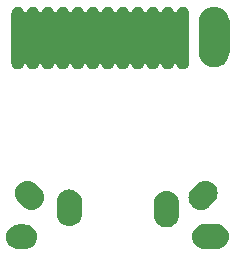
<source format=gbr>
G04 #@! TF.GenerationSoftware,KiCad,Pcbnew,(5.0.2)-1*
G04 #@! TF.CreationDate,2019-07-28T23:18:33+08:00*
G04 #@! TF.ProjectId,DOOR,444f4f52-2e6b-4696-9361-645f70636258,rev?*
G04 #@! TF.SameCoordinates,Original*
G04 #@! TF.FileFunction,Soldermask,Top*
G04 #@! TF.FilePolarity,Negative*
%FSLAX46Y46*%
G04 Gerber Fmt 4.6, Leading zero omitted, Abs format (unit mm)*
G04 Created by KiCad (PCBNEW (5.0.2)-1) date 2019-07-28 23:18:33*
%MOMM*%
%LPD*%
G01*
G04 APERTURE LIST*
%ADD10C,0.100000*%
G04 APERTURE END LIST*
D10*
G36*
X138028450Y-83633101D02*
X138151972Y-83645267D01*
X138350086Y-83705365D01*
X138532669Y-83802957D01*
X138692705Y-83934295D01*
X138824043Y-84094331D01*
X138921635Y-84276914D01*
X138981733Y-84475028D01*
X139002025Y-84681060D01*
X138981733Y-84887092D01*
X138921635Y-85085206D01*
X138824043Y-85267789D01*
X138692705Y-85427825D01*
X138532669Y-85559163D01*
X138350086Y-85656755D01*
X138151972Y-85716853D01*
X138028450Y-85729019D01*
X137997571Y-85732060D01*
X137394309Y-85732060D01*
X137363430Y-85729019D01*
X137239908Y-85716853D01*
X137041794Y-85656755D01*
X136859211Y-85559163D01*
X136699175Y-85427825D01*
X136567837Y-85267789D01*
X136470245Y-85085206D01*
X136410147Y-84887092D01*
X136389855Y-84681060D01*
X136410147Y-84475028D01*
X136470245Y-84276914D01*
X136567837Y-84094331D01*
X136699175Y-83934295D01*
X136859211Y-83802957D01*
X137041794Y-83705365D01*
X137239908Y-83645267D01*
X137363430Y-83633101D01*
X137394309Y-83630060D01*
X137997571Y-83630060D01*
X138028450Y-83633101D01*
X138028450Y-83633101D01*
G37*
G36*
X154265210Y-83610241D02*
X154388732Y-83622407D01*
X154586846Y-83682505D01*
X154769429Y-83780097D01*
X154929465Y-83911435D01*
X155060803Y-84071471D01*
X155158395Y-84254054D01*
X155218493Y-84452168D01*
X155238785Y-84658200D01*
X155218493Y-84864232D01*
X155158395Y-85062346D01*
X155060803Y-85244929D01*
X154929465Y-85404965D01*
X154769429Y-85536303D01*
X154586846Y-85633895D01*
X154388732Y-85693993D01*
X154265210Y-85706159D01*
X154234331Y-85709200D01*
X153131069Y-85709200D01*
X153100190Y-85706159D01*
X152976668Y-85693993D01*
X152778554Y-85633895D01*
X152595971Y-85536303D01*
X152435935Y-85404965D01*
X152304597Y-85244929D01*
X152207005Y-85062346D01*
X152146907Y-84864232D01*
X152126615Y-84658200D01*
X152146907Y-84452168D01*
X152207005Y-84254054D01*
X152304597Y-84071471D01*
X152435935Y-83911435D01*
X152595971Y-83780097D01*
X152778554Y-83682505D01*
X152976668Y-83622407D01*
X153100190Y-83610241D01*
X153131069Y-83607200D01*
X154234331Y-83607200D01*
X154265210Y-83610241D01*
X154265210Y-83610241D01*
G37*
G36*
X150152391Y-80790687D02*
X150350505Y-80850785D01*
X150533089Y-80948377D01*
X150693125Y-81079715D01*
X150693126Y-81079717D01*
X150693128Y-81079718D01*
X150736913Y-81133071D01*
X150824463Y-81239751D01*
X150922055Y-81422334D01*
X150982153Y-81620448D01*
X150997360Y-81774850D01*
X150997360Y-82878110D01*
X150982153Y-83032512D01*
X150922055Y-83230626D01*
X150824463Y-83413209D01*
X150693125Y-83573245D01*
X150533089Y-83704583D01*
X150350506Y-83802175D01*
X150152392Y-83862273D01*
X149946360Y-83882565D01*
X149740329Y-83862273D01*
X149542215Y-83802175D01*
X149359632Y-83704583D01*
X149199596Y-83573245D01*
X149112046Y-83466565D01*
X149068259Y-83413211D01*
X148970666Y-83230628D01*
X148910567Y-83032508D01*
X148895360Y-82878111D01*
X148895360Y-81774850D01*
X148910567Y-81620453D01*
X148910567Y-81620449D01*
X148970665Y-81422335D01*
X149068257Y-81239751D01*
X149199595Y-81079715D01*
X149199597Y-81079714D01*
X149199598Y-81079712D01*
X149324555Y-80977163D01*
X149359631Y-80948377D01*
X149542214Y-80850785D01*
X149740328Y-80790687D01*
X149946360Y-80770395D01*
X150152391Y-80790687D01*
X150152391Y-80790687D01*
G37*
G36*
X141938031Y-80684007D02*
X142136145Y-80744105D01*
X142318729Y-80841697D01*
X142478765Y-80973035D01*
X142478766Y-80973037D01*
X142478768Y-80973038D01*
X142482153Y-80977163D01*
X142610103Y-81133071D01*
X142707695Y-81315654D01*
X142767793Y-81513768D01*
X142783000Y-81668170D01*
X142783000Y-82771430D01*
X142767793Y-82925832D01*
X142707695Y-83123946D01*
X142610103Y-83306529D01*
X142478765Y-83466565D01*
X142318729Y-83597903D01*
X142136146Y-83695495D01*
X141938032Y-83755593D01*
X141732000Y-83775885D01*
X141525969Y-83755593D01*
X141327855Y-83695495D01*
X141145272Y-83597903D01*
X140985236Y-83466565D01*
X140853899Y-83306531D01*
X140756306Y-83123948D01*
X140696207Y-82925828D01*
X140681000Y-82771431D01*
X140681000Y-81668170D01*
X140685700Y-81620448D01*
X140696207Y-81513769D01*
X140756305Y-81315655D01*
X140853897Y-81133071D01*
X140985235Y-80973035D01*
X140985237Y-80973034D01*
X140985238Y-80973032D01*
X141134196Y-80850786D01*
X141145271Y-80841697D01*
X141327854Y-80744105D01*
X141525968Y-80684007D01*
X141732000Y-80663715D01*
X141938031Y-80684007D01*
X141938031Y-80684007D01*
G37*
G36*
X138384575Y-79941370D02*
X138582689Y-80001468D01*
X138765272Y-80099060D01*
X138885205Y-80197487D01*
X139311773Y-80624055D01*
X139410199Y-80743987D01*
X139467284Y-80850786D01*
X139507792Y-80926571D01*
X139567889Y-81124684D01*
X139567889Y-81124685D01*
X139567890Y-81124689D01*
X139588182Y-81330717D01*
X139567890Y-81536745D01*
X139567889Y-81536748D01*
X139567889Y-81536749D01*
X139507792Y-81734863D01*
X139410199Y-81917446D01*
X139375986Y-81959134D01*
X139278862Y-82077482D01*
X139160514Y-82174606D01*
X139118826Y-82208819D01*
X138936243Y-82306412D01*
X138738129Y-82366509D01*
X138738128Y-82366509D01*
X138738125Y-82366510D01*
X138532097Y-82386802D01*
X138326069Y-82366510D01*
X138326067Y-82366509D01*
X138326064Y-82366509D01*
X138127951Y-82306412D01*
X138127949Y-82306411D01*
X137945367Y-82208819D01*
X137825435Y-82110393D01*
X137398867Y-81683825D01*
X137300440Y-81563892D01*
X137202848Y-81381309D01*
X137142750Y-81183195D01*
X137132559Y-81079712D01*
X137122458Y-80977163D01*
X137134905Y-80850786D01*
X137142750Y-80771131D01*
X137202848Y-80573017D01*
X137300438Y-80390438D01*
X137431778Y-80230398D01*
X137591818Y-80099058D01*
X137774397Y-80001468D01*
X137972511Y-79941370D01*
X138178543Y-79921078D01*
X138384575Y-79941370D01*
X138384575Y-79941370D01*
G37*
G36*
X153438125Y-79941370D02*
X153438128Y-79941371D01*
X153438129Y-79941371D01*
X153636243Y-80001468D01*
X153818826Y-80099061D01*
X153860514Y-80133274D01*
X153978862Y-80230398D01*
X154075986Y-80348746D01*
X154110199Y-80390434D01*
X154110200Y-80390436D01*
X154207791Y-80573015D01*
X154267890Y-80771135D01*
X154288182Y-80977163D01*
X154267890Y-81183191D01*
X154267889Y-81183193D01*
X154267889Y-81183196D01*
X154227708Y-81315654D01*
X154207791Y-81381311D01*
X154110199Y-81563893D01*
X154011773Y-81683825D01*
X153585205Y-82110393D01*
X153465272Y-82208820D01*
X153282689Y-82306412D01*
X153084575Y-82366510D01*
X152981559Y-82376655D01*
X152878543Y-82386802D01*
X152775527Y-82376655D01*
X152672511Y-82366510D01*
X152474397Y-82306412D01*
X152291818Y-82208822D01*
X152131778Y-82077482D01*
X152000438Y-81917442D01*
X151902848Y-81734863D01*
X151842750Y-81536749D01*
X151831482Y-81422332D01*
X151822458Y-81330717D01*
X151836988Y-81183191D01*
X151842750Y-81124685D01*
X151902848Y-80926571D01*
X152000440Y-80743988D01*
X152098867Y-80624055D01*
X152525435Y-80197487D01*
X152645367Y-80099061D01*
X152827949Y-80001469D01*
X152827951Y-80001468D01*
X153026064Y-79941371D01*
X153026067Y-79941371D01*
X153026069Y-79941370D01*
X153232097Y-79921078D01*
X153438125Y-79941370D01*
X153438125Y-79941370D01*
G37*
G36*
X151458995Y-65197833D02*
X151562859Y-65229339D01*
X151658580Y-65280504D01*
X151742481Y-65349359D01*
X151811336Y-65433260D01*
X151862501Y-65528981D01*
X151894007Y-65632845D01*
X151901980Y-65713793D01*
X151901980Y-69967927D01*
X151894007Y-70048875D01*
X151862501Y-70152739D01*
X151811336Y-70248460D01*
X151742481Y-70332361D01*
X151658580Y-70401216D01*
X151562858Y-70452381D01*
X151458994Y-70483887D01*
X151350980Y-70494526D01*
X151242965Y-70483887D01*
X151139101Y-70452381D01*
X151043380Y-70401216D01*
X150959479Y-70332361D01*
X150890624Y-70248460D01*
X150839459Y-70152738D01*
X150835595Y-70140001D01*
X150826220Y-70117366D01*
X150812606Y-70096992D01*
X150795279Y-70079665D01*
X150774904Y-70066051D01*
X150752265Y-70056673D01*
X150728232Y-70051893D01*
X150703728Y-70051893D01*
X150679694Y-70056674D01*
X150657055Y-70066051D01*
X150636681Y-70079665D01*
X150619354Y-70096992D01*
X150605740Y-70117367D01*
X150596367Y-70139993D01*
X150592501Y-70152739D01*
X150541336Y-70248460D01*
X150472481Y-70332361D01*
X150388580Y-70401216D01*
X150292858Y-70452381D01*
X150188994Y-70483887D01*
X150080980Y-70494526D01*
X149972965Y-70483887D01*
X149869101Y-70452381D01*
X149773380Y-70401216D01*
X149689479Y-70332361D01*
X149620624Y-70248460D01*
X149569459Y-70152738D01*
X149565595Y-70140001D01*
X149556220Y-70117366D01*
X149542606Y-70096992D01*
X149525279Y-70079665D01*
X149504904Y-70066051D01*
X149482265Y-70056673D01*
X149458232Y-70051893D01*
X149433728Y-70051893D01*
X149409694Y-70056674D01*
X149387055Y-70066051D01*
X149366681Y-70079665D01*
X149349354Y-70096992D01*
X149335740Y-70117367D01*
X149326367Y-70139993D01*
X149322501Y-70152739D01*
X149271336Y-70248460D01*
X149202481Y-70332361D01*
X149118580Y-70401216D01*
X149022858Y-70452381D01*
X148918994Y-70483887D01*
X148810980Y-70494526D01*
X148702965Y-70483887D01*
X148599101Y-70452381D01*
X148503380Y-70401216D01*
X148419479Y-70332361D01*
X148350624Y-70248460D01*
X148299459Y-70152738D01*
X148295595Y-70140001D01*
X148286220Y-70117366D01*
X148272606Y-70096992D01*
X148255279Y-70079665D01*
X148234904Y-70066051D01*
X148212265Y-70056673D01*
X148188232Y-70051893D01*
X148163728Y-70051893D01*
X148139694Y-70056674D01*
X148117055Y-70066051D01*
X148096681Y-70079665D01*
X148079354Y-70096992D01*
X148065740Y-70117367D01*
X148056367Y-70139993D01*
X148052501Y-70152739D01*
X148001336Y-70248460D01*
X147932481Y-70332361D01*
X147848580Y-70401216D01*
X147752858Y-70452381D01*
X147648994Y-70483887D01*
X147540980Y-70494526D01*
X147432965Y-70483887D01*
X147329101Y-70452381D01*
X147233380Y-70401216D01*
X147149479Y-70332361D01*
X147080624Y-70248460D01*
X147029459Y-70152738D01*
X147025595Y-70140001D01*
X147016220Y-70117366D01*
X147002606Y-70096992D01*
X146985279Y-70079665D01*
X146964904Y-70066051D01*
X146942265Y-70056673D01*
X146918232Y-70051893D01*
X146893728Y-70051893D01*
X146869694Y-70056674D01*
X146847055Y-70066051D01*
X146826681Y-70079665D01*
X146809354Y-70096992D01*
X146795740Y-70117367D01*
X146786367Y-70139993D01*
X146782501Y-70152739D01*
X146731336Y-70248460D01*
X146662481Y-70332361D01*
X146578580Y-70401216D01*
X146482858Y-70452381D01*
X146378994Y-70483887D01*
X146270980Y-70494526D01*
X146162965Y-70483887D01*
X146059101Y-70452381D01*
X145963380Y-70401216D01*
X145879479Y-70332361D01*
X145810624Y-70248460D01*
X145759459Y-70152738D01*
X145755595Y-70140001D01*
X145746220Y-70117366D01*
X145732606Y-70096992D01*
X145715279Y-70079665D01*
X145694904Y-70066051D01*
X145672265Y-70056673D01*
X145648232Y-70051893D01*
X145623728Y-70051893D01*
X145599694Y-70056674D01*
X145577055Y-70066051D01*
X145556681Y-70079665D01*
X145539354Y-70096992D01*
X145525740Y-70117367D01*
X145516367Y-70139993D01*
X145512501Y-70152739D01*
X145461336Y-70248460D01*
X145392481Y-70332361D01*
X145308580Y-70401216D01*
X145212858Y-70452381D01*
X145108994Y-70483887D01*
X145000980Y-70494526D01*
X144892965Y-70483887D01*
X144789101Y-70452381D01*
X144693380Y-70401216D01*
X144609479Y-70332361D01*
X144540624Y-70248460D01*
X144489459Y-70152738D01*
X144485595Y-70140001D01*
X144476220Y-70117366D01*
X144462606Y-70096992D01*
X144445279Y-70079665D01*
X144424904Y-70066051D01*
X144402265Y-70056673D01*
X144378232Y-70051893D01*
X144353728Y-70051893D01*
X144329694Y-70056674D01*
X144307055Y-70066051D01*
X144286681Y-70079665D01*
X144269354Y-70096992D01*
X144255740Y-70117367D01*
X144246367Y-70139993D01*
X144242501Y-70152739D01*
X144191336Y-70248460D01*
X144122481Y-70332361D01*
X144038580Y-70401216D01*
X143942858Y-70452381D01*
X143838994Y-70483887D01*
X143730980Y-70494526D01*
X143622965Y-70483887D01*
X143519101Y-70452381D01*
X143423380Y-70401216D01*
X143339479Y-70332361D01*
X143270624Y-70248460D01*
X143219459Y-70152738D01*
X143215595Y-70140001D01*
X143206220Y-70117366D01*
X143192606Y-70096992D01*
X143175279Y-70079665D01*
X143154904Y-70066051D01*
X143132265Y-70056673D01*
X143108232Y-70051893D01*
X143083728Y-70051893D01*
X143059694Y-70056674D01*
X143037055Y-70066051D01*
X143016681Y-70079665D01*
X142999354Y-70096992D01*
X142985740Y-70117367D01*
X142976367Y-70139993D01*
X142972501Y-70152739D01*
X142921336Y-70248460D01*
X142852481Y-70332361D01*
X142768580Y-70401216D01*
X142672858Y-70452381D01*
X142568994Y-70483887D01*
X142460980Y-70494526D01*
X142352965Y-70483887D01*
X142249101Y-70452381D01*
X142153380Y-70401216D01*
X142069479Y-70332361D01*
X142000624Y-70248460D01*
X141949459Y-70152738D01*
X141945595Y-70140001D01*
X141936220Y-70117366D01*
X141922606Y-70096992D01*
X141905279Y-70079665D01*
X141884904Y-70066051D01*
X141862265Y-70056673D01*
X141838232Y-70051893D01*
X141813728Y-70051893D01*
X141789694Y-70056674D01*
X141767055Y-70066051D01*
X141746681Y-70079665D01*
X141729354Y-70096992D01*
X141715740Y-70117367D01*
X141706367Y-70139993D01*
X141702501Y-70152739D01*
X141651336Y-70248460D01*
X141582481Y-70332361D01*
X141498580Y-70401216D01*
X141402858Y-70452381D01*
X141298994Y-70483887D01*
X141190980Y-70494526D01*
X141082965Y-70483887D01*
X140979101Y-70452381D01*
X140883380Y-70401216D01*
X140799479Y-70332361D01*
X140730624Y-70248460D01*
X140679459Y-70152738D01*
X140675595Y-70140001D01*
X140666220Y-70117366D01*
X140652606Y-70096992D01*
X140635279Y-70079665D01*
X140614904Y-70066051D01*
X140592265Y-70056673D01*
X140568232Y-70051893D01*
X140543728Y-70051893D01*
X140519694Y-70056674D01*
X140497055Y-70066051D01*
X140476681Y-70079665D01*
X140459354Y-70096992D01*
X140445740Y-70117367D01*
X140436367Y-70139993D01*
X140432501Y-70152739D01*
X140381336Y-70248460D01*
X140312481Y-70332361D01*
X140228580Y-70401216D01*
X140132858Y-70452381D01*
X140028994Y-70483887D01*
X139920980Y-70494526D01*
X139812965Y-70483887D01*
X139709101Y-70452381D01*
X139613380Y-70401216D01*
X139529479Y-70332361D01*
X139460624Y-70248460D01*
X139409459Y-70152738D01*
X139405595Y-70140001D01*
X139396220Y-70117366D01*
X139382606Y-70096992D01*
X139365279Y-70079665D01*
X139344904Y-70066051D01*
X139322265Y-70056673D01*
X139298232Y-70051893D01*
X139273728Y-70051893D01*
X139249694Y-70056674D01*
X139227055Y-70066051D01*
X139206681Y-70079665D01*
X139189354Y-70096992D01*
X139175740Y-70117367D01*
X139166367Y-70139993D01*
X139162501Y-70152739D01*
X139111336Y-70248460D01*
X139042481Y-70332361D01*
X138958580Y-70401216D01*
X138862858Y-70452381D01*
X138758994Y-70483887D01*
X138650980Y-70494526D01*
X138542965Y-70483887D01*
X138439101Y-70452381D01*
X138343380Y-70401216D01*
X138259479Y-70332361D01*
X138190624Y-70248460D01*
X138139459Y-70152738D01*
X138135595Y-70140001D01*
X138126220Y-70117366D01*
X138112606Y-70096992D01*
X138095279Y-70079665D01*
X138074904Y-70066051D01*
X138052265Y-70056673D01*
X138028232Y-70051893D01*
X138003728Y-70051893D01*
X137979694Y-70056674D01*
X137957055Y-70066051D01*
X137936681Y-70079665D01*
X137919354Y-70096992D01*
X137905740Y-70117367D01*
X137896367Y-70139993D01*
X137892501Y-70152739D01*
X137841336Y-70248460D01*
X137772481Y-70332361D01*
X137688580Y-70401216D01*
X137592858Y-70452381D01*
X137488994Y-70483887D01*
X137380980Y-70494526D01*
X137272965Y-70483887D01*
X137169101Y-70452381D01*
X137073380Y-70401216D01*
X136989479Y-70332361D01*
X136920624Y-70248460D01*
X136869459Y-70152738D01*
X136837953Y-70048874D01*
X136829980Y-69967926D01*
X136829981Y-65713793D01*
X136837954Y-65632845D01*
X136869460Y-65528981D01*
X136920625Y-65433260D01*
X136989480Y-65349359D01*
X137073381Y-65280504D01*
X137169102Y-65229339D01*
X137272966Y-65197833D01*
X137380980Y-65187194D01*
X137488995Y-65197833D01*
X137592859Y-65229339D01*
X137688580Y-65280504D01*
X137772481Y-65349359D01*
X137841336Y-65433260D01*
X137892501Y-65528981D01*
X137896366Y-65541724D01*
X137905742Y-65564356D01*
X137919356Y-65584731D01*
X137936683Y-65602058D01*
X137957058Y-65615671D01*
X137979697Y-65625048D01*
X138003731Y-65629828D01*
X138028235Y-65629828D01*
X138052269Y-65625047D01*
X138074907Y-65615669D01*
X138095282Y-65602055D01*
X138112609Y-65584728D01*
X138126222Y-65564353D01*
X138135595Y-65541723D01*
X138139460Y-65528981D01*
X138190625Y-65433260D01*
X138259480Y-65349359D01*
X138343381Y-65280504D01*
X138439102Y-65229339D01*
X138542966Y-65197833D01*
X138650980Y-65187194D01*
X138758995Y-65197833D01*
X138862859Y-65229339D01*
X138958580Y-65280504D01*
X139042481Y-65349359D01*
X139111336Y-65433260D01*
X139162501Y-65528981D01*
X139166366Y-65541724D01*
X139175742Y-65564356D01*
X139189356Y-65584731D01*
X139206683Y-65602058D01*
X139227058Y-65615671D01*
X139249697Y-65625048D01*
X139273731Y-65629828D01*
X139298235Y-65629828D01*
X139322269Y-65625047D01*
X139344907Y-65615669D01*
X139365282Y-65602055D01*
X139382609Y-65584728D01*
X139396222Y-65564353D01*
X139405595Y-65541723D01*
X139409460Y-65528981D01*
X139460625Y-65433260D01*
X139529480Y-65349359D01*
X139613381Y-65280504D01*
X139709102Y-65229339D01*
X139812966Y-65197833D01*
X139920980Y-65187194D01*
X140028995Y-65197833D01*
X140132859Y-65229339D01*
X140228580Y-65280504D01*
X140312481Y-65349359D01*
X140381336Y-65433260D01*
X140432501Y-65528981D01*
X140436366Y-65541724D01*
X140445742Y-65564356D01*
X140459356Y-65584731D01*
X140476683Y-65602058D01*
X140497058Y-65615671D01*
X140519697Y-65625048D01*
X140543731Y-65629828D01*
X140568235Y-65629828D01*
X140592269Y-65625047D01*
X140614907Y-65615669D01*
X140635282Y-65602055D01*
X140652609Y-65584728D01*
X140666222Y-65564353D01*
X140675595Y-65541723D01*
X140679460Y-65528981D01*
X140730625Y-65433260D01*
X140799480Y-65349359D01*
X140883381Y-65280504D01*
X140979102Y-65229339D01*
X141082966Y-65197833D01*
X141190980Y-65187194D01*
X141298995Y-65197833D01*
X141402859Y-65229339D01*
X141498580Y-65280504D01*
X141582481Y-65349359D01*
X141651336Y-65433260D01*
X141702501Y-65528981D01*
X141706366Y-65541724D01*
X141715742Y-65564356D01*
X141729356Y-65584731D01*
X141746683Y-65602058D01*
X141767058Y-65615671D01*
X141789697Y-65625048D01*
X141813731Y-65629828D01*
X141838235Y-65629828D01*
X141862269Y-65625047D01*
X141884907Y-65615669D01*
X141905282Y-65602055D01*
X141922609Y-65584728D01*
X141936222Y-65564353D01*
X141945595Y-65541723D01*
X141949460Y-65528981D01*
X142000625Y-65433260D01*
X142069480Y-65349359D01*
X142153381Y-65280504D01*
X142249102Y-65229339D01*
X142352966Y-65197833D01*
X142460980Y-65187194D01*
X142568995Y-65197833D01*
X142672859Y-65229339D01*
X142768580Y-65280504D01*
X142852481Y-65349359D01*
X142921336Y-65433260D01*
X142972501Y-65528981D01*
X142976366Y-65541724D01*
X142985742Y-65564356D01*
X142999356Y-65584731D01*
X143016683Y-65602058D01*
X143037058Y-65615671D01*
X143059697Y-65625048D01*
X143083731Y-65629828D01*
X143108235Y-65629828D01*
X143132269Y-65625047D01*
X143154907Y-65615669D01*
X143175282Y-65602055D01*
X143192609Y-65584728D01*
X143206222Y-65564353D01*
X143215595Y-65541723D01*
X143219460Y-65528981D01*
X143270625Y-65433260D01*
X143339480Y-65349359D01*
X143423381Y-65280504D01*
X143519102Y-65229339D01*
X143622966Y-65197833D01*
X143730980Y-65187194D01*
X143838995Y-65197833D01*
X143942859Y-65229339D01*
X144038580Y-65280504D01*
X144122481Y-65349359D01*
X144191336Y-65433260D01*
X144242501Y-65528981D01*
X144246366Y-65541724D01*
X144255742Y-65564356D01*
X144269356Y-65584731D01*
X144286683Y-65602058D01*
X144307058Y-65615671D01*
X144329697Y-65625048D01*
X144353731Y-65629828D01*
X144378235Y-65629828D01*
X144402269Y-65625047D01*
X144424907Y-65615669D01*
X144445282Y-65602055D01*
X144462609Y-65584728D01*
X144476222Y-65564353D01*
X144485595Y-65541723D01*
X144489460Y-65528981D01*
X144540625Y-65433260D01*
X144609480Y-65349359D01*
X144693381Y-65280504D01*
X144789102Y-65229339D01*
X144892966Y-65197833D01*
X145000980Y-65187194D01*
X145108995Y-65197833D01*
X145212859Y-65229339D01*
X145308580Y-65280504D01*
X145392481Y-65349359D01*
X145461336Y-65433260D01*
X145512501Y-65528981D01*
X145516366Y-65541724D01*
X145525742Y-65564356D01*
X145539356Y-65584731D01*
X145556683Y-65602058D01*
X145577058Y-65615671D01*
X145599697Y-65625048D01*
X145623731Y-65629828D01*
X145648235Y-65629828D01*
X145672269Y-65625047D01*
X145694907Y-65615669D01*
X145715282Y-65602055D01*
X145732609Y-65584728D01*
X145746222Y-65564353D01*
X145755595Y-65541723D01*
X145759460Y-65528981D01*
X145810625Y-65433260D01*
X145879480Y-65349359D01*
X145963381Y-65280504D01*
X146059102Y-65229339D01*
X146162966Y-65197833D01*
X146270980Y-65187194D01*
X146378995Y-65197833D01*
X146482859Y-65229339D01*
X146578580Y-65280504D01*
X146662481Y-65349359D01*
X146731336Y-65433260D01*
X146782501Y-65528981D01*
X146786366Y-65541724D01*
X146795742Y-65564356D01*
X146809356Y-65584731D01*
X146826683Y-65602058D01*
X146847058Y-65615671D01*
X146869697Y-65625048D01*
X146893731Y-65629828D01*
X146918235Y-65629828D01*
X146942269Y-65625047D01*
X146964907Y-65615669D01*
X146985282Y-65602055D01*
X147002609Y-65584728D01*
X147016222Y-65564353D01*
X147025595Y-65541723D01*
X147029460Y-65528981D01*
X147080625Y-65433260D01*
X147149480Y-65349359D01*
X147233381Y-65280504D01*
X147329102Y-65229339D01*
X147432966Y-65197833D01*
X147540980Y-65187194D01*
X147648995Y-65197833D01*
X147752859Y-65229339D01*
X147848580Y-65280504D01*
X147932481Y-65349359D01*
X148001336Y-65433260D01*
X148052501Y-65528981D01*
X148056366Y-65541724D01*
X148065742Y-65564356D01*
X148079356Y-65584731D01*
X148096683Y-65602058D01*
X148117058Y-65615671D01*
X148139697Y-65625048D01*
X148163731Y-65629828D01*
X148188235Y-65629828D01*
X148212269Y-65625047D01*
X148234907Y-65615669D01*
X148255282Y-65602055D01*
X148272609Y-65584728D01*
X148286222Y-65564353D01*
X148295595Y-65541723D01*
X148299460Y-65528981D01*
X148350625Y-65433260D01*
X148419480Y-65349359D01*
X148503381Y-65280504D01*
X148599102Y-65229339D01*
X148702966Y-65197833D01*
X148810980Y-65187194D01*
X148918995Y-65197833D01*
X149022859Y-65229339D01*
X149118580Y-65280504D01*
X149202481Y-65349359D01*
X149271336Y-65433260D01*
X149322501Y-65528981D01*
X149326366Y-65541724D01*
X149335742Y-65564356D01*
X149349356Y-65584731D01*
X149366683Y-65602058D01*
X149387058Y-65615671D01*
X149409697Y-65625048D01*
X149433731Y-65629828D01*
X149458235Y-65629828D01*
X149482269Y-65625047D01*
X149504907Y-65615669D01*
X149525282Y-65602055D01*
X149542609Y-65584728D01*
X149556222Y-65564353D01*
X149565595Y-65541723D01*
X149569460Y-65528981D01*
X149620625Y-65433260D01*
X149689480Y-65349359D01*
X149773381Y-65280504D01*
X149869102Y-65229339D01*
X149972966Y-65197833D01*
X150080980Y-65187194D01*
X150188995Y-65197833D01*
X150292859Y-65229339D01*
X150388580Y-65280504D01*
X150472481Y-65349359D01*
X150541336Y-65433260D01*
X150592501Y-65528981D01*
X150596366Y-65541724D01*
X150605742Y-65564356D01*
X150619356Y-65584731D01*
X150636683Y-65602058D01*
X150657058Y-65615671D01*
X150679697Y-65625048D01*
X150703731Y-65629828D01*
X150728235Y-65629828D01*
X150752269Y-65625047D01*
X150774907Y-65615669D01*
X150795282Y-65602055D01*
X150812609Y-65584728D01*
X150826222Y-65564353D01*
X150835595Y-65541723D01*
X150839460Y-65528981D01*
X150890625Y-65433260D01*
X150959480Y-65349359D01*
X151043381Y-65280504D01*
X151139102Y-65229339D01*
X151242966Y-65197833D01*
X151350980Y-65187194D01*
X151458995Y-65197833D01*
X151458995Y-65197833D01*
G37*
G36*
X154252700Y-65217245D02*
X154497940Y-65291638D01*
X154497942Y-65291639D01*
X154723956Y-65412446D01*
X154922057Y-65575023D01*
X155084634Y-65773124D01*
X155084635Y-65773126D01*
X155205442Y-65999140D01*
X155279835Y-66244380D01*
X155298660Y-66435515D01*
X155298660Y-69063325D01*
X155279835Y-69254460D01*
X155205442Y-69499700D01*
X155084636Y-69725713D01*
X155084634Y-69725715D01*
X154922056Y-69923817D01*
X154723955Y-70086394D01*
X154623656Y-70140005D01*
X154497939Y-70207202D01*
X154252699Y-70281595D01*
X153997660Y-70306714D01*
X153742620Y-70281595D01*
X153497380Y-70207202D01*
X153271366Y-70086395D01*
X153225647Y-70048874D01*
X153073263Y-69923816D01*
X152910686Y-69725715D01*
X152789879Y-69499701D01*
X152789878Y-69499699D01*
X152715485Y-69254459D01*
X152696660Y-69063324D01*
X152696661Y-66435515D01*
X152715486Y-66244380D01*
X152789879Y-65999140D01*
X152910686Y-65773126D01*
X152910687Y-65773124D01*
X153073264Y-65575023D01*
X153271365Y-65412446D01*
X153497379Y-65291639D01*
X153497381Y-65291638D01*
X153742621Y-65217245D01*
X153997660Y-65192126D01*
X154252700Y-65217245D01*
X154252700Y-65217245D01*
G37*
M02*

</source>
